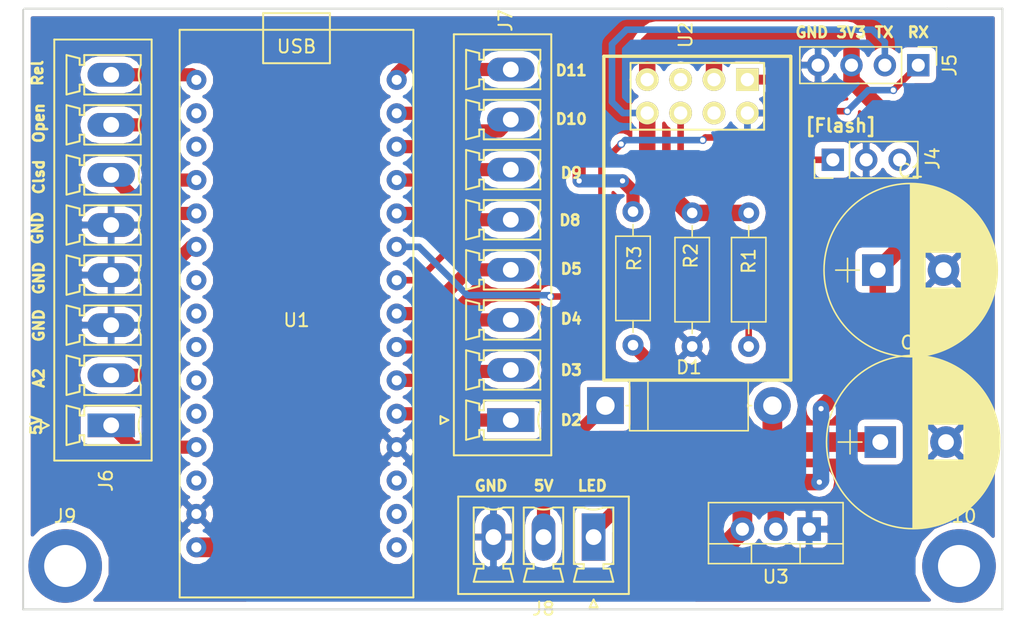
<source format=kicad_pcb>
(kicad_pcb (version 4) (host pcbnew 4.0.5+dfsg1-4)
  (layers (0 F.Cu signal) (31 B.Cu signal hide) (34 B.Paste user) (35 F.Paste user) (36 B.SilkS user) (37 F.SilkS user) (38 B.Mask user) (39 F.Mask user) (44 Edge.Cuts user))
  (net 0 "")
  (net 1 +3V3)
  (net 2 GND)
  (net 3 VIN)
  (net 4 "Net-(D1-Pad1)")
  (net 5 GPIO0)
  (net 6 "Net-(J4-Pad3)")
  (net 7 RX)
  (net 8 TX)
  (net 9 +5V)
  (net 10 relay)
  (net 11 OPEN)
  (net 12 Closed)
  (net 13 A2)
  (net 14 2)
  (net 15 3)
  (net 16 4)
  (net 17 5)
  (net 18 8)
  (net 19 9)
  (net 20 10)
  (net 21 11)
  (net 22 "Net-(J8-Pad1)")
  (net 23 "Net-(R1-Pad1)")
  (net 24 LED)
  (net 25 "Net-(U1-Pad2)")
  (net 26 "Net-(U1-Pad3)")
  (net 27 "Net-(U1-Pad7)")
  (net 28 "Net-(U1-Pad8)")
  (net 29 "Net-(U1-Pad9)")
  (net 30 "Net-(U1-Pad10)")
  (net 31 "Net-(U1-Pad11)")
  (net 32 "Net-(U1-Pad13)")
  (net 33 "Net-(U1-Pad16)")
  (net 34 "Net-(U1-Pad17)")
  (net 35 "Net-(U1-Pad18)")
  (net 36 "Net-(U2-Pad4)")
  (net 37 "Net-(U2-Pad5)")
  (net 38 "Net-(J9-Pad1)")
  (net 39 "Net-(J10-Pad1)")
  (module Pin_Headers:Pin_Header_Straight_1x03_Pitch2.54mm (layer F.Cu) (at 165.3 93.4 90)
    (fp_text reference J4 (at 0.1 7.6 90) (layer F.SilkS))
    (fp_text value CONN_01X03)
    (pad 1 thru_hole rect (at 0 0 90) (size 1.7 1.7) (drill 1) (layers *.Cu *.Mask) (net 5 GPIO0))
    (pad 2 thru_hole oval (at 0 2.54 90) (size 1.7 1.7) (drill 1) (layers *.Cu *.Mask) (net 2 GND))
    (pad 3 thru_hole oval (at 0 5.08 90) (size 1.7 1.7) (drill 1) (layers *.Cu *.Mask) (net 6 "Net-(J4-Pad3)"))
  )
  (module Pin_Headers:Pin_Header_Straight_1x04_Pitch2.54mm (layer F.Cu) (at 171.8 86.2 270)
    (fp_text reference J5 (at 0 -2.39 270) (layer F.SilkS))
    (fp_text value CONN_01X04)
    (pad 1 thru_hole rect (at 0 0 270) (size 1.7 1.7) (drill 1) (layers *.Cu *.Mask) (net 7 RX))
    (pad 2 thru_hole oval (at 0 2.54 270) (size 1.7 1.7) (drill 1) (layers *.Cu *.Mask) (net 8 TX))
    (pad 3 thru_hole oval (at 0 5.08 270) (size 1.7 1.7) (drill 1) (layers *.Cu *.Mask) (net 1 +3V3))
    (pad 4 thru_hole oval (at 0 7.62 270) (size 1.7 1.7) (drill 1) (layers *.Cu *.Mask) (net 2 GND))
  )
  (module Connectors_Phoenix:PhoenixContact_MCV-G_08x3.81mm_Vertical (layer F.Cu) (at 140.8 113.2 90)
    (fp_text reference J7 (at 30.4 -0.4 90) (layer F.SilkS))
    (fp_text value CONN_01X08)
    (pad 1 thru_hole rect (at 0 0 90) (size 1.8 3.6) (drill 1.2) (layers *.Cu *.Mask) (net 14 2))
    (pad 2 thru_hole oval (at 3.81 0 90) (size 1.8 3.6) (drill 1.2) (layers *.Cu *.Mask) (net 15 3))
    (pad 3 thru_hole oval (at 7.62 0 90) (size 1.8 3.6) (drill 1.2) (layers *.Cu *.Mask) (net 16 4))
    (pad 4 thru_hole oval (at 11.43 0 90) (size 1.8 3.6) (drill 1.2) (layers *.Cu *.Mask) (net 17 5))
    (pad 5 thru_hole oval (at 15.24 0 90) (size 1.8 3.6) (drill 1.2) (layers *.Cu *.Mask) (net 18 8))
    (pad 6 thru_hole oval (at 19.05 0 90) (size 1.8 3.6) (drill 1.2) (layers *.Cu *.Mask) (net 19 9))
    (pad 7 thru_hole oval (at 22.86 0 90) (size 1.8 3.6) (drill 1.2) (layers *.Cu *.Mask) (net 20 10))
    (pad 8 thru_hole oval (at 26.67 0 90) (size 1.8 3.6) (drill 1.2) (layers *.Cu *.Mask) (net 21 11))
  )
  (module Connectors_Phoenix:PhoenixContact_MCV-G_03x3.81mm_Vertical (layer F.Cu) (at 147.1 122.1 180)
    (fp_text reference J8 (at 3.81 -5.45 180) (layer F.SilkS))
    (fp_text value CONN_01X03)
    (pad 1 thru_hole rect (at 0 0 180) (size 1.8 3.6) (drill 1.2) (layers *.Cu *.Mask) (net 22 "Net-(J8-Pad1)"))
    (pad 2 thru_hole oval (at 3.81 0 180) (size 1.8 3.6) (drill 1.2) (layers *.Cu *.Mask) (net 4 "Net-(D1-Pad1)"))
    (pad 3 thru_hole oval (at 7.62 0 180) (size 1.8 3.6) (drill 1.2) (layers *.Cu *.Mask) (net 2 GND))
  )
  (module Resistors_THT:R_Axial_DIN0207_L6.3mm_D2.5mm_P10.16mm_Horizontal (layer F.Cu) (at 158.9 107.6 90)
    (fp_text reference R1 (at 6.5 0 90) (layer F.SilkS))
    (fp_text value 1k)
    (pad 1 thru_hole circle (at 0 0 90) (size 1.6 1.6) (drill 0.8) (layers *.Cu *.Mask) (net 23 "Net-(R1-Pad1)"))
    (pad 2 thru_hole oval (at 10.16 0 90) (size 1.6 1.6) (drill 0.8) (layers *.Cu *.Mask) (net 8 TX))
  )
  (module Resistors_THT:R_Axial_DIN0207_L6.3mm_D2.5mm_P10.16mm_Horizontal (layer F.Cu) (at 154.6 107.6 90)
    (fp_text reference R2 (at 6.9 -0.1 90) (layer F.SilkS))
    (fp_text value 2.2k)
    (pad 1 thru_hole circle (at 0 0 90) (size 1.6 1.6) (drill 0.8) (layers *.Cu *.Mask) (net 2 GND))
    (pad 2 thru_hole oval (at 10.16 0 90) (size 1.6 1.6) (drill 0.8) (layers *.Cu *.Mask) (net 8 TX))
  )
  (module Resistors_THT:R_Axial_DIN0207_L6.3mm_D2.5mm_P10.16mm_Horizontal (layer F.Cu) (at 150.1 107.5 90)
    (fp_text reference R3 (at 6.6 0.1 90) (layer F.SilkS))
    (fp_text value 470)
    (pad 1 thru_hole circle (at 0 0 90) (size 1.6 1.6) (drill 0.8) (layers *.Cu *.Mask) (net 22 "Net-(J8-Pad1)"))
    (pad 2 thru_hole oval (at 10.16 0 90) (size 1.6 1.6) (drill 0.8) (layers *.Cu *.Mask) (net 24 LED))
  )
  (module arduino_nano:ArduinoNano (layer F.Cu) (at 124.5 105.1)
    (fp_text reference U1 (at 0 0.5) (layer F.SilkS))
    (fp_text value arduino_nano)
    (fp_text user USB (at 0 -20.32) (layer F.SilkS))
    (pad 1 thru_hole circle (at -7.62 -17.78) (size 1.524 1.524) (drill 0.762) (layers *.Cu *.Mask) (net 10 relay))
    (pad 2 thru_hole circle (at -7.62 -15.24) (size 1.524 1.524) (drill 0.762) (layers *.Cu *.Mask) (net 25 "Net-(U1-Pad2)"))
    (pad 3 thru_hole circle (at -7.62 -12.7) (size 1.524 1.524) (drill 0.762) (layers *.Cu *.Mask) (net 26 "Net-(U1-Pad3)"))
    (pad 4 thru_hole circle (at -7.62 -10.16) (size 1.524 1.524) (drill 0.762) (layers *.Cu *.Mask) (net 11 OPEN))
    (pad 5 thru_hole circle (at -7.62 -7.62) (size 1.524 1.524) (drill 0.762) (layers *.Cu *.Mask) (net 12 Closed))
    (pad 6 thru_hole circle (at -7.62 -5.08) (size 1.524 1.524) (drill 0.762) (layers *.Cu *.Mask) (net 13 A2))
    (pad 7 thru_hole circle (at -7.62 -2.54) (size 1.524 1.524) (drill 0.762) (layers *.Cu *.Mask) (net 27 "Net-(U1-Pad7)"))
    (pad 8 thru_hole circle (at -7.62 0) (size 1.524 1.524) (drill 0.762) (layers *.Cu *.Mask) (net 28 "Net-(U1-Pad8)"))
    (pad 9 thru_hole circle (at -7.62 2.54) (size 1.524 1.524) (drill 0.762) (layers *.Cu *.Mask) (net 29 "Net-(U1-Pad9)"))
    (pad 10 thru_hole circle (at -7.62 5.08) (size 1.524 1.524) (drill 0.762) (layers *.Cu *.Mask) (net 30 "Net-(U1-Pad10)"))
    (pad 11 thru_hole circle (at -7.62 7.62) (size 1.524 1.524) (drill 0.762) (layers *.Cu *.Mask) (net 31 "Net-(U1-Pad11)"))
    (pad 12 thru_hole circle (at -7.62 10.16) (size 1.524 1.524) (drill 0.762) (layers *.Cu *.Mask) (net 9 +5V))
    (pad 13 thru_hole circle (at -7.62 12.7) (size 1.524 1.524) (drill 0.762) (layers *.Cu *.Mask) (net 32 "Net-(U1-Pad13)"))
    (pad 14 thru_hole circle (at -7.62 15.24) (size 1.524 1.524) (drill 0.762) (layers *.Cu *.Mask) (net 2 GND))
    (pad 15 thru_hole circle (at -7.62 17.78) (size 1.524 1.524) (drill 0.762) (layers *.Cu *.Mask) (net 3 VIN))
    (pad 16 thru_hole circle (at 7.62 17.78) (size 1.524 1.524) (drill 0.762) (layers *.Cu *.Mask) (net 33 "Net-(U1-Pad16)"))
    (pad 17 thru_hole circle (at 7.62 15.24) (size 1.524 1.524) (drill 0.762) (layers *.Cu *.Mask) (net 34 "Net-(U1-Pad17)"))
    (pad 18 thru_hole circle (at 7.62 12.7) (size 1.524 1.524) (drill 0.762) (layers *.Cu *.Mask) (net 35 "Net-(U1-Pad18)"))
    (pad 19 thru_hole circle (at 7.62 10.16) (size 1.524 1.524) (drill 0.762) (layers *.Cu *.Mask) (net 2 GND))
    (pad 20 thru_hole circle (at 7.62 7.62) (size 1.524 1.524) (drill 0.762) (layers *.Cu *.Mask) (net 14 2))
    (pad 21 thru_hole circle (at 7.62 5.08) (size 1.524 1.524) (drill 0.762) (layers *.Cu *.Mask) (net 15 3))
    (pad 22 thru_hole circle (at 7.62 2.54) (size 1.524 1.524) (drill 0.762) (layers *.Cu *.Mask) (net 16 4))
    (pad 23 thru_hole circle (at 7.62 0) (size 1.524 1.524) (drill 0.762) (layers *.Cu *.Mask) (net 17 5))
    (pad 24 thru_hole circle (at 7.62 -2.54) (size 1.524 1.524) (drill 0.762) (layers *.Cu *.Mask) (net 7 RX))
    (pad 25 thru_hole circle (at 7.62 -5.08) (size 1.524 1.524) (drill 0.762) (layers *.Cu *.Mask) (net 23 "Net-(R1-Pad1)"))
    (pad 26 thru_hole circle (at 7.62 -7.62) (size 1.524 1.524) (drill 0.762) (layers *.Cu *.Mask) (net 18 8))
    (pad 27 thru_hole circle (at 7.62 -10.16) (size 1.524 1.524) (drill 0.762) (layers *.Cu *.Mask) (net 19 9))
    (pad 28 thru_hole circle (at 7.62 -12.7) (size 1.524 1.524) (drill 0.762) (layers *.Cu *.Mask) (net 20 10))
    (pad 29 thru_hole circle (at 7.62 -15.24) (size 1.524 1.524) (drill 0.762) (layers *.Cu *.Mask) (net 21 11))
    (pad 30 thru_hole circle (at 7.62 -17.78) (size 1.524 1.524) (drill 0.762) (layers *.Cu *.Mask) (net 24 LED))
  )
  (module ESP8266:ESP-01 (layer F.Cu) (at 158.8 87.3 270)
    (fp_text reference U2 (at -3.4 4.7 270) (layer F.SilkS))
    (fp_text value ESP-01v090)
    (pad 1 thru_hole rect (at 0 0 270) (size 1.7272 1.7272) (drill 1.016) (layers *.Cu *.Mask F.SilkS) (net 7 RX))
    (pad 2 thru_hole oval (at 2.54 0 270) (size 1.7272 1.7272) (drill 1.016) (layers *.Cu *.Mask F.SilkS) (net 2 GND))
    (pad 3 thru_hole oval (at 0 2.54 270) (size 1.7272 1.7272) (drill 1.016) (layers *.Cu *.Mask F.SilkS) (net 1 +3V3))
    (pad 4 thru_hole oval (at 2.54 2.54 270) (size 1.7272 1.7272) (drill 1.016) (layers *.Cu *.Mask F.SilkS) (net 36 "Net-(U2-Pad4)"))
    (pad 5 thru_hole oval (at 0 5.08 270) (size 1.7272 1.7272) (drill 1.016) (layers *.Cu *.Mask F.SilkS) (net 37 "Net-(U2-Pad5)"))
    (pad 6 thru_hole oval (at 2.54 5.08 270) (size 1.7272 1.7272) (drill 1.016) (layers *.Cu *.Mask F.SilkS) (net 5 GPIO0))
    (pad 7 thru_hole oval (at 0 7.62 270) (size 1.7272 1.7272) (drill 1.016) (layers *.Cu *.Mask F.SilkS) (net 1 +3V3))
    (pad 8 thru_hole oval (at 2.54 7.62 270) (size 1.7272 1.7272) (drill 1.016) (layers *.Cu *.Mask F.SilkS) (net 8 TX))
  )
  (module TO_SOT_Packages_THT:TO-220_Vertical (layer F.Cu) (at 163.5 121.5 180)
    (fp_text reference U3 (at 2.54 -3.62 180) (layer F.SilkS))
    (fp_text value LD1117S33TR)
    (pad 1 thru_hole rect (at 0 0 180) (size 1.8 1.8) (drill 1) (layers *.Cu *.Mask) (net 2 GND))
    (pad 2 thru_hole oval (at 2.54 0 180) (size 1.8 1.8) (drill 1) (layers *.Cu *.Mask) (net 1 +3V3))
    (pad 3 thru_hole oval (at 5.08 0 180) (size 1.8 1.8) (drill 1) (layers *.Cu *.Mask) (net 3 VIN))
  )
  (module Diodes_THT:D_5W_P12.70mm_Horizontal (layer F.Cu) (at 148 112.1)
    (fp_text reference D1 (at 6.35 -2.91) (layer F.SilkS))
    (fp_text value D)
    (pad 1 thru_hole rect (at 0 0) (size 2.8 2.8) (drill 1.4) (layers *.Cu *.Mask) (net 4 "Net-(D1-Pad1)"))
    (pad 2 thru_hole oval (at 12.7 0) (size 2.8 2.8) (drill 1.4) (layers *.Cu *.Mask) (net 3 VIN))
  )
  (module Mounting_Holes:MountingHole_3.2mm_M3_DIN965_Pad (layer F.Cu) (at 106.9 124.3)
    (fp_text reference J9 (at 0 -3.8) (layer F.SilkS))
    (fp_text value CONN_01X01)
    (pad 1 thru_hole circle (at 0 0) (size 5.6 5.6) (drill 3.2) (layers *.Cu *.Mask) (net 38 "Net-(J9-Pad1)"))
  )
  (module Mounting_Holes:MountingHole_3.2mm_M3_DIN965_Pad (layer F.Cu) (at 174.9 124.3)
    (fp_text reference J10 (at 0 -3.8) (layer F.SilkS))
    (fp_text value CONN_01X01)
    (pad 1 thru_hole circle (at 0 0) (size 5.6 5.6) (drill 3.2) (layers *.Cu *.Mask) (net 39 "Net-(J10-Pad1)"))
  )
  (module Connectors_Phoenix:PhoenixContact_MCV-G_08x3.81mm_Vertical (layer F.Cu) (at 110.4 113.6 90)
    (fp_text reference J6 (at -4.2 -0.4 90) (layer F.SilkS))
    (fp_text value CONN_01X08)
    (pad 1 thru_hole rect (at 0 0 90) (size 1.8 3.6) (drill 1.2) (layers *.Cu *.Mask) (net 9 +5V))
    (pad 2 thru_hole oval (at 3.81 0 90) (size 1.8 3.6) (drill 1.2) (layers *.Cu *.Mask) (net 13 A2))
    (pad 3 thru_hole oval (at 7.62 0 90) (size 1.8 3.6) (drill 1.2) (layers *.Cu *.Mask) (net 2 GND))
    (pad 4 thru_hole oval (at 11.43 0 90) (size 1.8 3.6) (drill 1.2) (layers *.Cu *.Mask) (net 2 GND))
    (pad 5 thru_hole oval (at 15.24 0 90) (size 1.8 3.6) (drill 1.2) (layers *.Cu *.Mask) (net 2 GND))
    (pad 6 thru_hole oval (at 19.05 0 90) (size 1.8 3.6) (drill 1.2) (layers *.Cu *.Mask) (net 12 Closed))
    (pad 7 thru_hole oval (at 22.86 0 90) (size 1.8 3.6) (drill 1.2) (layers *.Cu *.Mask) (net 11 OPEN))
    (pad 8 thru_hole oval (at 26.67 0 90) (size 1.8 3.6) (drill 1.2) (layers *.Cu *.Mask) (net 10 relay))
  )
  (module Capacitors_THT:CP_Radial_D13.0mm_P5.00mm (layer F.Cu) (at 168.7195 101.7905)
    (fp_text reference C1 (at 2.5 -7.56) (layer F.SilkS))
    (fp_text value 1000uF)
    (pad 1 thru_hole rect (at 0 0) (size 2.4 2.4) (drill 1.2) (layers *.Cu *.Mask) (net 1 +3V3))
    (pad 2 thru_hole circle (at 5 0) (size 2.4 2.4) (drill 1.2) (layers *.Cu *.Mask) (net 2 GND))
  )
  (module Capacitors_THT:CP_Radial_D13.0mm_P5.00mm (layer F.Cu) (at 168.91 114.8715)
    (fp_text reference C2 (at 2.5 -7.56) (layer F.SilkS))
    (fp_text value 1000uF)
    (pad 1 thru_hole rect (at 0 0) (size 2.4 2.4) (drill 1.2) (layers *.Cu *.Mask) (net 3 VIN))
    (pad 2 thru_hole circle (at 5 0) (size 2.4 2.4) (drill 1.2) (layers *.Cu *.Mask) (net 2 GND))
  )
  (gr_text LED (at 147 118.2) (layer F.SilkS) (effects (font (size 0.8 0.8) (thickness 0.2))))
  (gr_text 5V (at 143.3 118.2) (layer F.SilkS) (effects (font (size 0.8 0.8) (thickness 0.2))))
  (gr_text D2 (at 145.4 113.2) (layer F.SilkS) (effects (font (size 0.8 0.8) (thickness 0.2))))
  (gr_text D3 (at 145.4 109.4) (layer F.SilkS) (effects (font (size 0.8 0.8) (thickness 0.2))))
  (gr_text D4 (at 145.4 105.5) (layer F.SilkS) (effects (font (size 0.8 0.8) (thickness 0.2))))
  (gr_text D5 (at 145.4 101.7) (layer F.SilkS) (effects (font (size 0.8 0.8) (thickness 0.2))))
  (gr_text D8 (at 145.3 98) (layer F.SilkS) (effects (font (size 0.8 0.8) (thickness 0.2))))
  (gr_text D9 (at 145.4 94.4) (layer F.SilkS) (effects (font (size 0.8 0.8) (thickness 0.2))))
  (gr_text D10 (at 145.4 90.3) (layer F.SilkS) (effects (font (size 0.8 0.8) (thickness 0.2))))
  (gr_text D11 (at 145.4 86.6) (layer F.SilkS) (effects (font (size 0.8 0.8) (thickness 0.2))))
  (gr_text 5V (at 104.7 113.6 90) (layer F.SilkS) (effects (font (size 0.8 0.8) (thickness 0.2))))
  (gr_text A2 (at 104.9 110 90) (layer F.SilkS) (effects (font (size 0.8 0.8) (thickness 0.2))))
  (gr_text Clsd (at 104.9 94.7 90) (layer F.SilkS) (effects (font (size 0.8 0.8) (thickness 0.2))))
  (gr_text Open (at 104.9 90.6 90) (layer F.SilkS) (effects (font (size 0.8 0.8) (thickness 0.2))))
  (gr_text Rel (at 104.8 86.8 90) (layer F.SilkS) (effects (font (size 0.8 0.8) (thickness 0.2))))
  (gr_text GND (at 104.8 98.6 90) (layer F.SilkS) (effects (font (size 0.8 0.8) (thickness 0.2))))
  (gr_text GND (at 104.9 102.4 90) (layer F.SilkS) (effects (font (size 0.8 0.8) (thickness 0.2))))
  (gr_text GND (at 104.9 106 90) (layer F.SilkS) (effects (font (size 0.8 0.8) (thickness 0.2))))
  (gr_text GND (at 139.3 118.2) (layer F.SilkS) (effects (font (size 0.8 0.8) (thickness 0.2))))
  (gr_text RX (at 171.8 83.7) (layer F.SilkS) (effects (font (size 0.8 0.8) (thickness 0.2))))
  (gr_text TX (at 169.2 83.7) (layer F.SilkS) (effects (font (size 0.8 0.8) (thickness 0.2))))
  (gr_text 3V3 (at 166.7 83.7) (layer F.SilkS) (effects (font (size 0.8 0.8) (thickness 0.2))))
  (gr_text GND (at 163.7 83.7) (layer F.SilkS) (effects (font (size 0.8 0.8) (thickness 0.2))))
  (gr_text [Flash] (at 165.9 90.8) (layer F.SilkS) (effects (font (size 1 1) (thickness 0.2))))
  (gr_line (start 174 127.6) (end 178.2 127.6) (angle 90) (layer Edge.Cuts) (width 0.15))
  (gr_line (start 178.2 81.9) (end 178.2 82) (angle 90) (layer Edge.Cuts) (width 0.15))
  (gr_line (start 174 81.9) (end 178.2 81.9) (angle 90) (layer Edge.Cuts) (width 0.15))
  (gr_line (start 103.7 127.6) (end 103.7 82) (angle 90) (layer Edge.Cuts) (width 0.15))
  (gr_line (start 174 127.6) (end 103.7 127.6) (angle 90) (layer Edge.Cuts) (width 0.15))
  (gr_line (start 178.2 81.9) (end 178.2 127.6) (angle 90) (layer Edge.Cuts) (width 0.15))
  (gr_line (start 103.8 81.9) (end 174 81.9) (angle 90) (layer Edge.Cuts) (width 0.15))
  (segment (start 166.72 86.2) (end 166.72 87.345) (width 1.25) (layer F.Cu) (net 1))
  (segment (start 173.7995 96.7105) (end 168.7195 101.7905) (width 1.25) (layer F.Cu) (net 1))
  (segment (start 173.7995 92.202) (end 173.7995 96.7105) (width 1.25) (layer F.Cu) (net 1))
  (segment (start 172.1485 90.551) (end 173.7995 92.202) (width 1.25) (layer F.Cu) (net 1))
  (segment (start 169.926 90.551) (end 172.1485 90.551) (width 1.25) (layer F.Cu) (net 1))
  (segment (start 166.72 87.345) (end 169.926 90.551) (width 1.25) (layer F.Cu) (net 1))
  (segment (start 160.96 121.5) (end 160.96 119.7735) (width 1.25) (layer F.Cu) (net 1))
  (segment (start 160.96 119.7735) (end 162.814 117.9195) (width 1.25) (layer F.Cu) (net 1))
  (segment (start 162.814 117.9195) (end 164.2745 117.9195) (width 1.25) (layer F.Cu) (net 1))
  (via (at 164.2745 117.9195) (size 0.6) (drill 0.4) (layers F.Cu B.Cu) (net 1))
  (segment (start 164.2745 117.9195) (end 164.4015 117.7925) (width 1.25) (layer B.Cu) (net 1))
  (segment (start 164.4015 117.7925) (end 164.4015 112.3315) (width 1.25) (layer B.Cu) (net 1))
  (via (at 164.4015 112.3315) (size 0.6) (drill 0.4) (layers F.Cu B.Cu) (net 1))
  (segment (start 164.4015 112.3315) (end 168.7195 108.0135) (width 1.25) (layer F.Cu) (net 1))
  (segment (start 168.7195 108.0135) (end 168.7195 101.7905) (width 1.25) (layer F.Cu) (net 1))
  (segment (start 166.72 86.2) (end 166.72 84.32) (width 1.25) (layer F.Cu) (net 1))
  (segment (start 166.4 84) (end 156.6 84) (width 1.25) (layer F.Cu) (net 1))
  (segment (start 166.72 84.32) (end 166.4 84) (width 1.25) (layer F.Cu) (net 1))
  (segment (start 151.18 87.3) (end 151.18 84.62) (width 1.25) (layer F.Cu) (net 1))
  (segment (start 151.8 84) (end 156.6 84) (width 1.25) (layer F.Cu) (net 1))
  (segment (start 151.18 84.62) (end 151.8 84) (width 1.25) (layer F.Cu) (net 1))
  (segment (start 156.26 87.3) (end 156.26 84.34) (width 1.25) (layer F.Cu) (net 1))
  (segment (start 156.26 84.34) (end 156.6 84) (width 1.25) (layer F.Cu) (net 1))
  (segment (start 168.91 114.8715) (end 161.2285 114.8715) (width 1.5) (layer F.Cu) (net 3))
  (segment (start 161.2285 114.8715) (end 160.7 115.4) (width 1.5) (layer F.Cu) (net 3))
  (segment (start 158.42 121.5) (end 158.42 117.68) (width 1.5) (layer F.Cu) (net 3))
  (segment (start 160.7 115.4) (end 160.7 112.1) (width 1.5) (layer F.Cu) (net 3))
  (segment (start 158.42 117.68) (end 160.7 115.4) (width 1.5) (layer F.Cu) (net 3))
  (segment (start 116.88 122.88) (end 118.48 122.88) (width 1.5) (layer F.Cu) (net 3))
  (segment (start 154.22 125.7) (end 158.42 121.5) (width 1.5) (layer F.Cu) (net 3))
  (segment (start 121.3 125.7) (end 154.22 125.7) (width 1.5) (layer F.Cu) (net 3))
  (segment (start 118.48 122.88) (end 121.3 125.7) (width 1.5) (layer F.Cu) (net 3))
  (segment (start 143.29 122.1) (end 143.29 118.31) (width 1) (layer F.Cu) (net 4))
  (segment (start 145.5 114.6) (end 148 112.1) (width 1) (layer F.Cu) (net 4))
  (segment (start 145.5 116.1) (end 145.5 114.6) (width 1) (layer F.Cu) (net 4))
  (segment (start 143.29 118.31) (end 145.5 116.1) (width 1) (layer F.Cu) (net 4))
  (segment (start 165.3 93.4) (end 153.6 93.4) (width 0.5) (layer F.Cu) (net 5))
  (segment (start 153.72 93.28) (end 153.72 89.84) (width 0.5) (layer F.Cu) (net 5))
  (segment (start 153.6 93.4) (end 153.72 93.28) (width 0.5) (layer F.Cu) (net 5))
  (segment (start 158.8 87.3) (end 161 87.3) (width 0.75) (layer F.Cu) (net 7))
  (segment (start 163.4 89.7) (end 164.2 89.7) (width 0.75) (layer F.Cu) (net 7))
  (segment (start 161 87.3) (end 163.4 89.7) (width 0.75) (layer F.Cu) (net 7))
  (segment (start 132.12 102.56) (end 133.74 102.56) (width 0.5) (layer F.Cu) (net 7))
  (segment (start 170.4 87.6) (end 171.8 86.2) (width 0.5) (layer F.Cu) (net 7))
  (segment (start 169.9 88.1) (end 170.4 87.6) (width 0.5) (layer F.Cu) (net 7))
  (via (at 169.9 88.1) (size 0.6) (drill 0.4) (layers F.Cu B.Cu) (net 7))
  (segment (start 168 88.1) (end 169.9 88.1) (width 0.5) (layer B.Cu) (net 7))
  (segment (start 166.4 89.7) (end 168 88.1) (width 0.5) (layer B.Cu) (net 7))
  (via (at 166.4 89.7) (size 0.6) (drill 0.4) (layers F.Cu B.Cu) (net 7))
  (segment (start 164.2 89.7) (end 166.4 89.7) (width 0.5) (layer F.Cu) (net 7))
  (segment (start 162.2 91.7) (end 164.2 89.7) (width 0.5) (layer F.Cu) (net 7))
  (segment (start 155.6 91.7) (end 162.2 91.7) (width 0.5) (layer F.Cu) (net 7))
  (segment (start 155.4 91.9) (end 155.6 91.7) (width 0.5) (layer F.Cu) (net 7))
  (via (at 155.4 91.9) (size 0.6) (drill 0.4) (layers F.Cu B.Cu) (net 7))
  (segment (start 149.5 91.9) (end 155.4 91.9) (width 0.5) (layer B.Cu) (net 7))
  (segment (start 149.2 92.2) (end 149.5 91.9) (width 0.5) (layer B.Cu) (net 7))
  (via (at 149.2 92.2) (size 0.6) (drill 0.4) (layers F.Cu B.Cu) (net 7))
  (segment (start 147.7 93.7) (end 149.2 92.2) (width 0.5) (layer F.Cu) (net 7))
  (segment (start 133.74 102.56) (end 136.5 99.8) (width 0.5) (layer F.Cu) (net 7))
  (segment (start 136.5 99.8) (end 144.2 99.8) (width 0.5) (layer F.Cu) (net 7))
  (segment (start 147.7 96.3) (end 147.7 93.7) (width 0.5) (layer F.Cu) (net 7))
  (segment (start 144.2 99.8) (end 147.7 96.3) (width 0.5) (layer F.Cu) (net 7))
  (segment (start 151.18 89.84) (end 151.18 94.28) (width 1.25) (layer F.Cu) (net 8))
  (segment (start 151.18 94.28) (end 154.34 97.44) (width 1.25) (layer F.Cu) (net 8))
  (segment (start 154.34 97.44) (end 158.9 97.44) (width 1.25) (layer F.Cu) (net 8))
  (segment (start 169.26 86.2) (end 169.26 84.46) (width 0.5) (layer B.Cu) (net 8))
  (segment (start 149.34 89.84) (end 151.18 89.84) (width 0.5) (layer B.Cu) (net 8))
  (segment (start 148.5 89) (end 149.34 89.84) (width 0.5) (layer B.Cu) (net 8))
  (segment (start 148.5 84.6) (end 148.5 89) (width 0.5) (layer B.Cu) (net 8))
  (segment (start 149.6 83.5) (end 148.5 84.6) (width 0.5) (layer B.Cu) (net 8))
  (segment (start 168.3 83.5) (end 149.6 83.5) (width 0.5) (layer B.Cu) (net 8))
  (segment (start 169.26 84.46) (end 168.3 83.5) (width 0.5) (layer B.Cu) (net 8))
  (segment (start 116.88 115.26) (end 112.06 115.26) (width 1) (layer F.Cu) (net 9))
  (segment (start 112.06 115.26) (end 110.4 113.6) (width 1) (layer F.Cu) (net 9))
  (segment (start 116.88 87.32) (end 116.88 87.28) (width 1) (layer F.Cu) (net 10))
  (segment (start 116.88 87.28) (end 116.53 86.93) (width 1) (layer F.Cu) (net 10))
  (segment (start 116.53 86.93) (end 110.4 86.93) (width 1) (layer F.Cu) (net 10))
  (segment (start 116.88 94.94) (end 115.54 94.94) (width 1) (layer F.Cu) (net 11))
  (segment (start 113.44 90.74) (end 110.4 90.74) (width 1) (layer F.Cu) (net 11))
  (segment (start 113.9 91.2) (end 113.44 90.74) (width 1) (layer F.Cu) (net 11))
  (segment (start 113.9 93.3) (end 113.9 91.2) (width 1) (layer F.Cu) (net 11))
  (segment (start 115.54 94.94) (end 113.9 93.3) (width 1) (layer F.Cu) (net 11))
  (segment (start 116.88 97.48) (end 114.48 97.48) (width 1) (layer F.Cu) (net 12))
  (segment (start 112.25 96.4) (end 110.4 94.55) (width 1) (layer F.Cu) (net 12))
  (segment (start 113.4 96.4) (end 112.25 96.4) (width 1) (layer F.Cu) (net 12))
  (segment (start 114.48 97.48) (end 113.4 96.4) (width 1) (layer F.Cu) (net 12))
  (segment (start 116.88 100.02) (end 116.48 100.02) (width 1) (layer F.Cu) (net 13))
  (segment (start 116.48 100.02) (end 113.9 102.6) (width 1) (layer F.Cu) (net 13))
  (segment (start 113.9 102.6) (end 113.9 109.2) (width 1) (layer F.Cu) (net 13))
  (segment (start 113.9 109.2) (end 113.31 109.79) (width 1) (layer F.Cu) (net 13))
  (segment (start 113.31 109.79) (end 110.4 109.79) (width 1) (layer F.Cu) (net 13))
  (segment (start 132.12 112.72) (end 135.92 112.72) (width 1) (layer F.Cu) (net 14))
  (segment (start 136.4 113.2) (end 140.8 113.2) (width 1) (layer F.Cu) (net 14))
  (segment (start 135.92 112.72) (end 136.4 113.2) (width 1) (layer F.Cu) (net 14))
  (segment (start 132.12 110.18) (end 136.08 110.18) (width 1) (layer F.Cu) (net 15))
  (segment (start 136.76 109.5) (end 140.69 109.5) (width 1) (layer F.Cu) (net 15))
  (segment (start 136.08 110.18) (end 136.76 109.5) (width 1) (layer F.Cu) (net 15))
  (segment (start 140.69 109.5) (end 140.8 109.39) (width 1) (layer F.Cu) (net 15))
  (segment (start 132.12 107.64) (end 135.26 107.64) (width 1) (layer F.Cu) (net 16))
  (segment (start 137.32 105.58) (end 140.8 105.58) (width 1) (layer F.Cu) (net 16))
  (segment (start 135.26 107.64) (end 137.32 105.58) (width 1) (layer F.Cu) (net 16))
  (segment (start 132.12 105.1) (end 134.3 105.1) (width 1) (layer F.Cu) (net 17))
  (segment (start 137.63 101.77) (end 140.8 101.77) (width 1) (layer F.Cu) (net 17))
  (segment (start 134.3 105.1) (end 137.63 101.77) (width 1) (layer F.Cu) (net 17))
  (segment (start 132.12 97.48) (end 137.92 97.48) (width 1) (layer F.Cu) (net 18))
  (segment (start 138.4 97.96) (end 140.8 97.96) (width 1) (layer F.Cu) (net 18))
  (segment (start 137.92 97.48) (end 138.4 97.96) (width 1) (layer F.Cu) (net 18))
  (segment (start 132.12 94.94) (end 136.26 94.94) (width 1) (layer F.Cu) (net 19))
  (segment (start 137.05 94.15) (end 140.8 94.15) (width 1) (layer F.Cu) (net 19))
  (segment (start 136.26 94.94) (end 137.05 94.15) (width 1) (layer F.Cu) (net 19))
  (segment (start 132.12 92.4) (end 136.4 92.4) (width 1) (layer F.Cu) (net 20))
  (segment (start 137.6 91.2) (end 139.94 91.2) (width 1) (layer F.Cu) (net 20))
  (segment (start 136.4 92.4) (end 137.6 91.2) (width 1) (layer F.Cu) (net 20))
  (segment (start 139.94 91.2) (end 140.8 90.34) (width 1) (layer F.Cu) (net 20))
  (segment (start 132.12 89.86) (end 134.64 89.86) (width 1) (layer F.Cu) (net 21))
  (segment (start 137.97 86.53) (end 140.8 86.53) (width 1) (layer F.Cu) (net 21))
  (segment (start 134.64 89.86) (end 137.97 86.53) (width 1) (layer F.Cu) (net 21))
  (segment (start 147.1 122.1) (end 147.1 121.7) (width 1) (layer F.Cu) (net 22))
  (segment (start 147.1 121.7) (end 151.3 117.5) (width 1) (layer F.Cu) (net 22))
  (segment (start 151.3 117.5) (end 151.3 108.7) (width 1) (layer F.Cu) (net 22))
  (segment (start 151.3 108.7) (end 150.1 107.5) (width 1) (layer F.Cu) (net 22))
  (segment (start 158.9 107.6) (end 158.9 105.3) (width 0.5) (layer F.Cu) (net 23))
  (segment (start 133.82 100.02) (end 132.12 100.02) (width 0.5) (layer B.Cu) (net 23))
  (segment (start 137.5 103.7) (end 133.82 100.02) (width 0.5) (layer B.Cu) (net 23))
  (segment (start 143.7 103.7) (end 137.5 103.7) (width 0.5) (layer B.Cu) (net 23))
  (segment (start 143.8 103.8) (end 143.7 103.7) (width 0.5) (layer B.Cu) (net 23))
  (via (at 143.8 103.8) (size 0.6) (drill 0.4) (layers F.Cu B.Cu) (net 23))
  (segment (start 157.4 103.8) (end 143.8 103.8) (width 0.5) (layer F.Cu) (net 23))
  (segment (start 158.9 105.3) (end 157.4 103.8) (width 0.5) (layer F.Cu) (net 23))
  (segment (start 132.12 87.32) (end 132.12 86.88) (width 1) (layer F.Cu) (net 24))
  (segment (start 132.12 86.88) (end 135.1 83.9) (width 1) (layer F.Cu) (net 24))
  (segment (start 135.1 83.9) (end 142.7 83.9) (width 1) (layer F.Cu) (net 24))
  (segment (start 142.7 83.9) (end 146 87.2) (width 1) (layer F.Cu) (net 24))
  (segment (start 146 87.2) (end 146 95) (width 1) (layer F.Cu) (net 24))
  (via (at 146 95) (size 0.6) (drill 0.4) (layers F.Cu B.Cu) (net 24))
  (segment (start 146 95) (end 149.3 95) (width 1) (layer B.Cu) (net 24))
  (via (at 149.3 95) (size 0.6) (drill 0.4) (layers F.Cu B.Cu) (net 24))
  (segment (start 149.3 95) (end 150.1 95.8) (width 1) (layer F.Cu) (net 24))
  (segment (start 150.1 95.8) (end 150.1 97.34) (width 1) (layer F.Cu) (net 24))
  (zone (net 2) (net_name GND) (layer F.Cu) (connect_pads (clearance 0.508)) (min_thickness 0.254) (fill yes (arc_segments 16) (thermal_gap 0.508) (thermal_bridge_width 0.508))
    (polygon (pts (xy 104 82.2) (xy 177.991 82.073) (xy 177.891 127.273) (xy 104 127.4)))
  )
  (zone (net 2) (net_name GND) (layer B.Cu) (connect_pads (clearance 0.508)) (min_thickness 0.254) (fill yes (arc_segments 16) (thermal_gap 0.508) (thermal_bridge_width 0.508))
    (polygon (pts (xy 104 82.2) (xy 177.864 82.2635) (xy 177.764 127.4635) (xy 104 127.4)))
  )
)
</source>
